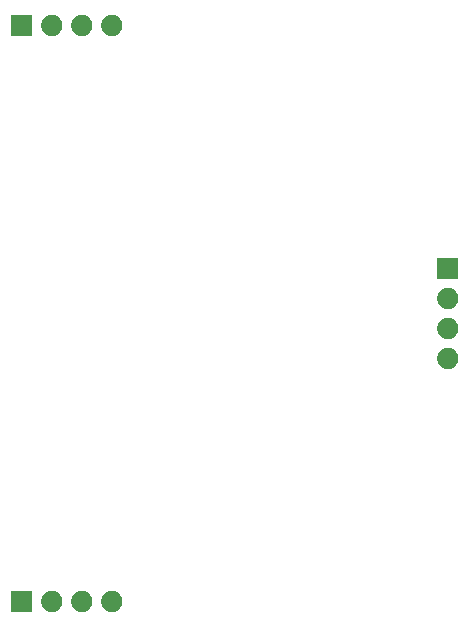
<source format=gbr>
G04 #@! TF.GenerationSoftware,KiCad,Pcbnew,9.0.2*
G04 #@! TF.CreationDate,2025-08-20T20:19:21-04:00*
G04 #@! TF.ProjectId,Trackball,54726163-6b62-4616-9c6c-2e6b69636164,rev?*
G04 #@! TF.SameCoordinates,Original*
G04 #@! TF.FileFunction,Soldermask,Top*
G04 #@! TF.FilePolarity,Negative*
%FSLAX46Y46*%
G04 Gerber Fmt 4.6, Leading zero omitted, Abs format (unit mm)*
G04 Created by KiCad (PCBNEW 9.0.2) date 2025-08-20 20:19:21*
%MOMM*%
%LPD*%
G01*
G04 APERTURE LIST*
G04 APERTURE END LIST*
G36*
X53077517Y-125086882D02*
G01*
X53094062Y-125097938D01*
X53105118Y-125114483D01*
X53109000Y-125134000D01*
X53109000Y-126834000D01*
X53105118Y-126853517D01*
X53094062Y-126870062D01*
X53077517Y-126881118D01*
X53058000Y-126885000D01*
X51358000Y-126885000D01*
X51338483Y-126881118D01*
X51321938Y-126870062D01*
X51310882Y-126853517D01*
X51307000Y-126834000D01*
X51307000Y-125134000D01*
X51310882Y-125114483D01*
X51321938Y-125097938D01*
X51338483Y-125086882D01*
X51358000Y-125083000D01*
X53058000Y-125083000D01*
X53077517Y-125086882D01*
G37*
G36*
X55009546Y-125121797D02*
G01*
X55172728Y-125189389D01*
X55319588Y-125287518D01*
X55444482Y-125412412D01*
X55542611Y-125559272D01*
X55610203Y-125722454D01*
X55644661Y-125895687D01*
X55644661Y-126072313D01*
X55610203Y-126245546D01*
X55542611Y-126408728D01*
X55444482Y-126555588D01*
X55319588Y-126680482D01*
X55172728Y-126778611D01*
X55009546Y-126846203D01*
X54836313Y-126880661D01*
X54659687Y-126880661D01*
X54486454Y-126846203D01*
X54323272Y-126778611D01*
X54176412Y-126680482D01*
X54051518Y-126555588D01*
X53953389Y-126408728D01*
X53885797Y-126245546D01*
X53851339Y-126072313D01*
X53851339Y-125895687D01*
X53885797Y-125722454D01*
X53953389Y-125559272D01*
X54051518Y-125412412D01*
X54176412Y-125287518D01*
X54323272Y-125189389D01*
X54486454Y-125121797D01*
X54659687Y-125087339D01*
X54836313Y-125087339D01*
X55009546Y-125121797D01*
G37*
G36*
X57549546Y-125121797D02*
G01*
X57712728Y-125189389D01*
X57859588Y-125287518D01*
X57984482Y-125412412D01*
X58082611Y-125559272D01*
X58150203Y-125722454D01*
X58184661Y-125895687D01*
X58184661Y-126072313D01*
X58150203Y-126245546D01*
X58082611Y-126408728D01*
X57984482Y-126555588D01*
X57859588Y-126680482D01*
X57712728Y-126778611D01*
X57549546Y-126846203D01*
X57376313Y-126880661D01*
X57199687Y-126880661D01*
X57026454Y-126846203D01*
X56863272Y-126778611D01*
X56716412Y-126680482D01*
X56591518Y-126555588D01*
X56493389Y-126408728D01*
X56425797Y-126245546D01*
X56391339Y-126072313D01*
X56391339Y-125895687D01*
X56425797Y-125722454D01*
X56493389Y-125559272D01*
X56591518Y-125412412D01*
X56716412Y-125287518D01*
X56863272Y-125189389D01*
X57026454Y-125121797D01*
X57199687Y-125087339D01*
X57376313Y-125087339D01*
X57549546Y-125121797D01*
G37*
G36*
X60089546Y-125121797D02*
G01*
X60252728Y-125189389D01*
X60399588Y-125287518D01*
X60524482Y-125412412D01*
X60622611Y-125559272D01*
X60690203Y-125722454D01*
X60724661Y-125895687D01*
X60724661Y-126072313D01*
X60690203Y-126245546D01*
X60622611Y-126408728D01*
X60524482Y-126555588D01*
X60399588Y-126680482D01*
X60252728Y-126778611D01*
X60089546Y-126846203D01*
X59916313Y-126880661D01*
X59739687Y-126880661D01*
X59566454Y-126846203D01*
X59403272Y-126778611D01*
X59256412Y-126680482D01*
X59131518Y-126555588D01*
X59033389Y-126408728D01*
X58965797Y-126245546D01*
X58931339Y-126072313D01*
X58931339Y-125895687D01*
X58965797Y-125722454D01*
X59033389Y-125559272D01*
X59131518Y-125412412D01*
X59256412Y-125287518D01*
X59403272Y-125189389D01*
X59566454Y-125121797D01*
X59739687Y-125087339D01*
X59916313Y-125087339D01*
X60089546Y-125121797D01*
G37*
G36*
X88537546Y-104547797D02*
G01*
X88700728Y-104615389D01*
X88847588Y-104713518D01*
X88972482Y-104838412D01*
X89070611Y-104985272D01*
X89138203Y-105148454D01*
X89172661Y-105321687D01*
X89172661Y-105498313D01*
X89138203Y-105671546D01*
X89070611Y-105834728D01*
X88972482Y-105981588D01*
X88847588Y-106106482D01*
X88700728Y-106204611D01*
X88537546Y-106272203D01*
X88364313Y-106306661D01*
X88187687Y-106306661D01*
X88014454Y-106272203D01*
X87851272Y-106204611D01*
X87704412Y-106106482D01*
X87579518Y-105981588D01*
X87481389Y-105834728D01*
X87413797Y-105671546D01*
X87379339Y-105498313D01*
X87379339Y-105321687D01*
X87413797Y-105148454D01*
X87481389Y-104985272D01*
X87579518Y-104838412D01*
X87704412Y-104713518D01*
X87851272Y-104615389D01*
X88014454Y-104547797D01*
X88187687Y-104513339D01*
X88364313Y-104513339D01*
X88537546Y-104547797D01*
G37*
G36*
X88537546Y-102007797D02*
G01*
X88700728Y-102075389D01*
X88847588Y-102173518D01*
X88972482Y-102298412D01*
X89070611Y-102445272D01*
X89138203Y-102608454D01*
X89172661Y-102781687D01*
X89172661Y-102958313D01*
X89138203Y-103131546D01*
X89070611Y-103294728D01*
X88972482Y-103441588D01*
X88847588Y-103566482D01*
X88700728Y-103664611D01*
X88537546Y-103732203D01*
X88364313Y-103766661D01*
X88187687Y-103766661D01*
X88014454Y-103732203D01*
X87851272Y-103664611D01*
X87704412Y-103566482D01*
X87579518Y-103441588D01*
X87481389Y-103294728D01*
X87413797Y-103131546D01*
X87379339Y-102958313D01*
X87379339Y-102781687D01*
X87413797Y-102608454D01*
X87481389Y-102445272D01*
X87579518Y-102298412D01*
X87704412Y-102173518D01*
X87851272Y-102075389D01*
X88014454Y-102007797D01*
X88187687Y-101973339D01*
X88364313Y-101973339D01*
X88537546Y-102007797D01*
G37*
G36*
X88537546Y-99467797D02*
G01*
X88700728Y-99535389D01*
X88847588Y-99633518D01*
X88972482Y-99758412D01*
X89070611Y-99905272D01*
X89138203Y-100068454D01*
X89172661Y-100241687D01*
X89172661Y-100418313D01*
X89138203Y-100591546D01*
X89070611Y-100754728D01*
X88972482Y-100901588D01*
X88847588Y-101026482D01*
X88700728Y-101124611D01*
X88537546Y-101192203D01*
X88364313Y-101226661D01*
X88187687Y-101226661D01*
X88014454Y-101192203D01*
X87851272Y-101124611D01*
X87704412Y-101026482D01*
X87579518Y-100901588D01*
X87481389Y-100754728D01*
X87413797Y-100591546D01*
X87379339Y-100418313D01*
X87379339Y-100241687D01*
X87413797Y-100068454D01*
X87481389Y-99905272D01*
X87579518Y-99758412D01*
X87704412Y-99633518D01*
X87851272Y-99535389D01*
X88014454Y-99467797D01*
X88187687Y-99433339D01*
X88364313Y-99433339D01*
X88537546Y-99467797D01*
G37*
G36*
X89145517Y-96892882D02*
G01*
X89162062Y-96903938D01*
X89173118Y-96920483D01*
X89177000Y-96940000D01*
X89177000Y-98640000D01*
X89173118Y-98659517D01*
X89162062Y-98676062D01*
X89145517Y-98687118D01*
X89126000Y-98691000D01*
X87426000Y-98691000D01*
X87406483Y-98687118D01*
X87389938Y-98676062D01*
X87378882Y-98659517D01*
X87375000Y-98640000D01*
X87375000Y-96940000D01*
X87378882Y-96920483D01*
X87389938Y-96903938D01*
X87406483Y-96892882D01*
X87426000Y-96889000D01*
X89126000Y-96889000D01*
X89145517Y-96892882D01*
G37*
G36*
X53077517Y-76318882D02*
G01*
X53094062Y-76329938D01*
X53105118Y-76346483D01*
X53109000Y-76366000D01*
X53109000Y-78066000D01*
X53105118Y-78085517D01*
X53094062Y-78102062D01*
X53077517Y-78113118D01*
X53058000Y-78117000D01*
X51358000Y-78117000D01*
X51338483Y-78113118D01*
X51321938Y-78102062D01*
X51310882Y-78085517D01*
X51307000Y-78066000D01*
X51307000Y-76366000D01*
X51310882Y-76346483D01*
X51321938Y-76329938D01*
X51338483Y-76318882D01*
X51358000Y-76315000D01*
X53058000Y-76315000D01*
X53077517Y-76318882D01*
G37*
G36*
X55009546Y-76353797D02*
G01*
X55172728Y-76421389D01*
X55319588Y-76519518D01*
X55444482Y-76644412D01*
X55542611Y-76791272D01*
X55610203Y-76954454D01*
X55644661Y-77127687D01*
X55644661Y-77304313D01*
X55610203Y-77477546D01*
X55542611Y-77640728D01*
X55444482Y-77787588D01*
X55319588Y-77912482D01*
X55172728Y-78010611D01*
X55009546Y-78078203D01*
X54836313Y-78112661D01*
X54659687Y-78112661D01*
X54486454Y-78078203D01*
X54323272Y-78010611D01*
X54176412Y-77912482D01*
X54051518Y-77787588D01*
X53953389Y-77640728D01*
X53885797Y-77477546D01*
X53851339Y-77304313D01*
X53851339Y-77127687D01*
X53885797Y-76954454D01*
X53953389Y-76791272D01*
X54051518Y-76644412D01*
X54176412Y-76519518D01*
X54323272Y-76421389D01*
X54486454Y-76353797D01*
X54659687Y-76319339D01*
X54836313Y-76319339D01*
X55009546Y-76353797D01*
G37*
G36*
X57549546Y-76353797D02*
G01*
X57712728Y-76421389D01*
X57859588Y-76519518D01*
X57984482Y-76644412D01*
X58082611Y-76791272D01*
X58150203Y-76954454D01*
X58184661Y-77127687D01*
X58184661Y-77304313D01*
X58150203Y-77477546D01*
X58082611Y-77640728D01*
X57984482Y-77787588D01*
X57859588Y-77912482D01*
X57712728Y-78010611D01*
X57549546Y-78078203D01*
X57376313Y-78112661D01*
X57199687Y-78112661D01*
X57026454Y-78078203D01*
X56863272Y-78010611D01*
X56716412Y-77912482D01*
X56591518Y-77787588D01*
X56493389Y-77640728D01*
X56425797Y-77477546D01*
X56391339Y-77304313D01*
X56391339Y-77127687D01*
X56425797Y-76954454D01*
X56493389Y-76791272D01*
X56591518Y-76644412D01*
X56716412Y-76519518D01*
X56863272Y-76421389D01*
X57026454Y-76353797D01*
X57199687Y-76319339D01*
X57376313Y-76319339D01*
X57549546Y-76353797D01*
G37*
G36*
X60089546Y-76353797D02*
G01*
X60252728Y-76421389D01*
X60399588Y-76519518D01*
X60524482Y-76644412D01*
X60622611Y-76791272D01*
X60690203Y-76954454D01*
X60724661Y-77127687D01*
X60724661Y-77304313D01*
X60690203Y-77477546D01*
X60622611Y-77640728D01*
X60524482Y-77787588D01*
X60399588Y-77912482D01*
X60252728Y-78010611D01*
X60089546Y-78078203D01*
X59916313Y-78112661D01*
X59739687Y-78112661D01*
X59566454Y-78078203D01*
X59403272Y-78010611D01*
X59256412Y-77912482D01*
X59131518Y-77787588D01*
X59033389Y-77640728D01*
X58965797Y-77477546D01*
X58931339Y-77304313D01*
X58931339Y-77127687D01*
X58965797Y-76954454D01*
X59033389Y-76791272D01*
X59131518Y-76644412D01*
X59256412Y-76519518D01*
X59403272Y-76421389D01*
X59566454Y-76353797D01*
X59739687Y-76319339D01*
X59916313Y-76319339D01*
X60089546Y-76353797D01*
G37*
M02*

</source>
